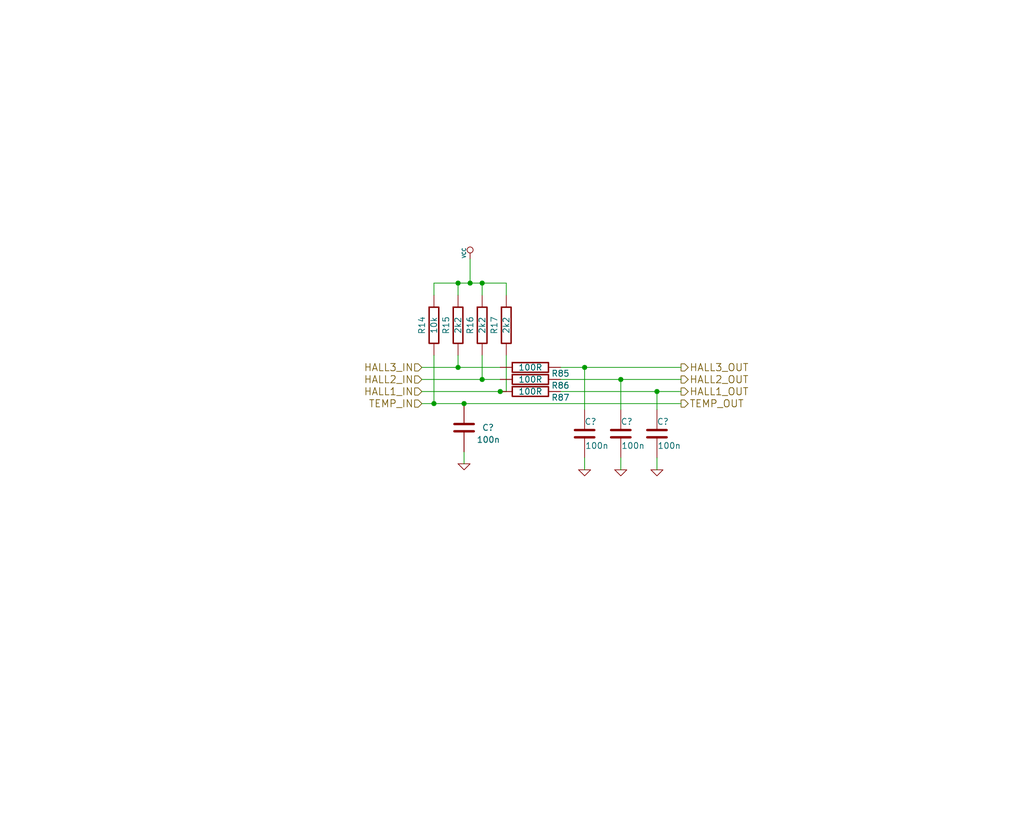
<source format=kicad_sch>
(kicad_sch
	(version 20250114)
	(generator "eeschema")
	(generator_version "9.0")
	(uuid "9d488386-9011-4ba2-b793-8749ce805721")
	(paper "User" 215.798 175.412)
	(lib_symbols
		(symbol "BLDC_4-rescue:C-RESCUE-BLDC_4"
			(pin_numbers
				(hide yes)
			)
			(pin_names
				(offset 0.254)
			)
			(exclude_from_sim no)
			(in_bom yes)
			(on_board yes)
			(property "Reference" "C"
				(at 0 2.54 0)
				(effects
					(font
						(size 1.016 1.016)
					)
					(justify left)
				)
			)
			(property "Value" "C-RESCUE-BLDC_4"
				(at 0.1524 -2.159 0)
				(effects
					(font
						(size 1.016 1.016)
					)
					(justify left)
				)
			)
			(property "Footprint" ""
				(at 0.9652 -3.81 0)
				(effects
					(font
						(size 0.762 0.762)
					)
				)
			)
			(property "Datasheet" ""
				(at 0 0 0)
				(effects
					(font
						(size 1.524 1.524)
					)
				)
			)
			(property "Description" ""
				(at 0 0 0)
				(effects
					(font
						(size 1.27 1.27)
					)
					(hide yes)
				)
			)
			(property "ki_fp_filters" "SM* C? C1-1"
				(at 0 0 0)
				(effects
					(font
						(size 1.27 1.27)
					)
					(hide yes)
				)
			)
			(symbol "C-RESCUE-BLDC_4_0_1"
				(polyline
					(pts
						(xy -2.032 0.762) (xy 2.032 0.762)
					)
					(stroke
						(width 0.508)
						(type solid)
					)
					(fill
						(type none)
					)
				)
				(polyline
					(pts
						(xy -2.032 -0.762) (xy 2.032 -0.762)
					)
					(stroke
						(width 0.508)
						(type solid)
					)
					(fill
						(type none)
					)
				)
			)
			(symbol "C-RESCUE-BLDC_4_1_1"
				(pin passive line
					(at 0 5.08 270)
					(length 4.318)
					(name "~"
						(effects
							(font
								(size 1.016 1.016)
							)
						)
					)
					(number "1"
						(effects
							(font
								(size 1.016 1.016)
							)
						)
					)
				)
				(pin passive line
					(at 0 -5.08 90)
					(length 4.318)
					(name "~"
						(effects
							(font
								(size 1.016 1.016)
							)
						)
					)
					(number "2"
						(effects
							(font
								(size 1.016 1.016)
							)
						)
					)
				)
			)
			(embedded_fonts no)
		)
		(symbol "BLDC_4-rescue:GND-RESCUE-BLDC_4"
			(power)
			(pin_names
				(offset 0)
			)
			(exclude_from_sim no)
			(in_bom yes)
			(on_board yes)
			(property "Reference" "#PWR"
				(at 0 0 0)
				(effects
					(font
						(size 0.762 0.762)
					)
					(hide yes)
				)
			)
			(property "Value" "GND-RESCUE-BLDC_4"
				(at 0 -1.778 0)
				(effects
					(font
						(size 0.762 0.762)
					)
					(hide yes)
				)
			)
			(property "Footprint" ""
				(at 0 0 0)
				(effects
					(font
						(size 1.524 1.524)
					)
				)
			)
			(property "Datasheet" ""
				(at 0 0 0)
				(effects
					(font
						(size 1.524 1.524)
					)
				)
			)
			(property "Description" ""
				(at 0 0 0)
				(effects
					(font
						(size 1.27 1.27)
					)
					(hide yes)
				)
			)
			(symbol "GND-RESCUE-BLDC_4_0_1"
				(polyline
					(pts
						(xy -1.27 0) (xy 0 -1.27) (xy 1.27 0) (xy -1.27 0)
					)
					(stroke
						(width 0)
						(type solid)
					)
					(fill
						(type none)
					)
				)
			)
			(symbol "GND-RESCUE-BLDC_4_1_1"
				(pin power_in line
					(at 0 0 90)
					(length 0)
					(hide yes)
					(name "GND"
						(effects
							(font
								(size 0.762 0.762)
							)
						)
					)
					(number "1"
						(effects
							(font
								(size 0.762 0.762)
							)
						)
					)
				)
			)
			(embedded_fonts no)
		)
		(symbol "BLDC_4-rescue:R-RESCUE-BLDC_4"
			(pin_numbers
				(hide yes)
			)
			(pin_names
				(offset 0)
			)
			(exclude_from_sim no)
			(in_bom yes)
			(on_board yes)
			(property "Reference" "R"
				(at 2.032 0 90)
				(effects
					(font
						(size 1.016 1.016)
					)
				)
			)
			(property "Value" "R-RESCUE-BLDC_4"
				(at 0.1778 0.0254 90)
				(effects
					(font
						(size 1.016 1.016)
					)
				)
			)
			(property "Footprint" ""
				(at -1.778 0 90)
				(effects
					(font
						(size 0.762 0.762)
					)
				)
			)
			(property "Datasheet" ""
				(at 0 0 0)
				(effects
					(font
						(size 0.762 0.762)
					)
				)
			)
			(property "Description" ""
				(at 0 0 0)
				(effects
					(font
						(size 1.27 1.27)
					)
					(hide yes)
				)
			)
			(property "ki_fp_filters" "R? SM0603 SM0805 R?-* SM1206"
				(at 0 0 0)
				(effects
					(font
						(size 1.27 1.27)
					)
					(hide yes)
				)
			)
			(symbol "R-RESCUE-BLDC_4_0_1"
				(rectangle
					(start -1.016 3.81)
					(end 1.016 -3.81)
					(stroke
						(width 0.3048)
						(type solid)
					)
					(fill
						(type none)
					)
				)
			)
			(symbol "R-RESCUE-BLDC_4_1_1"
				(pin passive line
					(at 0 6.35 270)
					(length 2.54)
					(name "~"
						(effects
							(font
								(size 1.524 1.524)
							)
						)
					)
					(number "1"
						(effects
							(font
								(size 1.524 1.524)
							)
						)
					)
				)
				(pin passive line
					(at 0 -6.35 90)
					(length 2.54)
					(name "~"
						(effects
							(font
								(size 1.524 1.524)
							)
						)
					)
					(number "2"
						(effects
							(font
								(size 1.524 1.524)
							)
						)
					)
				)
			)
			(embedded_fonts no)
		)
		(symbol "BLDC_4-rescue:VCC"
			(power)
			(pin_names
				(offset 0)
			)
			(exclude_from_sim no)
			(in_bom yes)
			(on_board yes)
			(property "Reference" "#PWR"
				(at 0 -3.81 0)
				(effects
					(font
						(size 1.27 1.27)
					)
					(hide yes)
				)
			)
			(property "Value" "VCC"
				(at 0 3.81 0)
				(effects
					(font
						(size 1.27 1.27)
					)
				)
			)
			(property "Footprint" ""
				(at 0 0 0)
				(effects
					(font
						(size 1.524 1.524)
					)
				)
			)
			(property "Datasheet" ""
				(at 0 0 0)
				(effects
					(font
						(size 1.524 1.524)
					)
				)
			)
			(property "Description" ""
				(at 0 0 0)
				(effects
					(font
						(size 1.27 1.27)
					)
					(hide yes)
				)
			)
			(symbol "VCC_0_1"
				(circle
					(center 0 1.905)
					(radius 0.635)
					(stroke
						(width 0)
						(type solid)
					)
					(fill
						(type none)
					)
				)
				(polyline
					(pts
						(xy 0 0) (xy 0 1.27)
					)
					(stroke
						(width 0)
						(type solid)
					)
					(fill
						(type none)
					)
				)
			)
			(symbol "VCC_1_1"
				(pin power_in line
					(at 0 0 90)
					(length 0)
					(hide yes)
					(name "VCC"
						(effects
							(font
								(size 1.27 1.27)
							)
						)
					)
					(number "1"
						(effects
							(font
								(size 1.27 1.27)
							)
						)
					)
				)
			)
			(embedded_fonts no)
		)
	)
	(junction
		(at 97.79 85.09)
		(diameter 0)
		(color 0 0 0 0)
		(uuid "0253475f-64d1-4b7c-9b01-800761ac41c3")
	)
	(junction
		(at 130.81 80.01)
		(diameter 0)
		(color 0 0 0 0)
		(uuid "143a98cf-8f0f-4afb-8ce4-e93d87103cbb")
	)
	(junction
		(at 96.52 59.69)
		(diameter 0)
		(color 0 0 0 0)
		(uuid "18fefbdb-dad5-4690-bdf3-cb40efa1e43c")
	)
	(junction
		(at 99.06 59.69)
		(diameter 0)
		(color 0 0 0 0)
		(uuid "30927a23-8685-4441-a2b2-22fb86b8eda1")
	)
	(junction
		(at 96.52 77.47)
		(diameter 0)
		(color 0 0 0 0)
		(uuid "3156b791-3ed2-4005-9285-c5c1e57a3f58")
	)
	(junction
		(at 101.6 59.69)
		(diameter 0)
		(color 0 0 0 0)
		(uuid "61a777a1-07c8-4c61-8d49-a4db727a13a1")
	)
	(junction
		(at 105.41 82.55)
		(diameter 0)
		(color 0 0 0 0)
		(uuid "835944ec-6c93-4d1d-b94f-c183e3a7a6ab")
	)
	(junction
		(at 123.19 77.47)
		(diameter 0)
		(color 0 0 0 0)
		(uuid "a958cdc6-c9c1-4812-86f0-d978c80229be")
	)
	(junction
		(at 101.6 80.01)
		(diameter 0)
		(color 0 0 0 0)
		(uuid "b99c2090-b98e-4218-be16-cdac11d17a19")
	)
	(junction
		(at 138.43 82.55)
		(diameter 0)
		(color 0 0 0 0)
		(uuid "c40ca091-d5b6-4b09-a085-8710de8a0b74")
	)
	(junction
		(at 91.44 85.09)
		(diameter 0)
		(color 0 0 0 0)
		(uuid "c7ddf4dd-a269-4f88-9564-da15eb1205f8")
	)
	(wire
		(pts
			(xy 91.44 74.93) (xy 91.44 85.09)
		)
		(stroke
			(width 0)
			(type default)
		)
		(uuid "0b1d3a0b-0007-4584-8287-84a418633b47")
	)
	(wire
		(pts
			(xy 123.19 86.36) (xy 123.19 77.47)
		)
		(stroke
			(width 0)
			(type default)
		)
		(uuid "0bacf593-12c6-467b-8a00-f12bbcad335d")
	)
	(wire
		(pts
			(xy 91.44 59.69) (xy 96.52 59.69)
		)
		(stroke
			(width 0)
			(type default)
		)
		(uuid "173a71da-90db-4849-9368-221ceed81560")
	)
	(wire
		(pts
			(xy 106.68 74.93) (xy 106.68 82.55)
		)
		(stroke
			(width 0)
			(type default)
		)
		(uuid "22747e95-ebe3-41e0-b110-5fd1bcfd5d68")
	)
	(wire
		(pts
			(xy 138.43 82.55) (xy 143.51 82.55)
		)
		(stroke
			(width 0)
			(type default)
		)
		(uuid "2530a7a3-0fc2-4add-a010-456277da7c98")
	)
	(wire
		(pts
			(xy 105.41 82.55) (xy 106.68 82.55)
		)
		(stroke
			(width 0)
			(type default)
		)
		(uuid "2a635fea-1bb3-410d-8e0c-18291573ce5d")
	)
	(wire
		(pts
			(xy 88.9 80.01) (xy 101.6 80.01)
		)
		(stroke
			(width 0)
			(type default)
		)
		(uuid "2f4ccf9a-d65d-4aae-848b-120fae3eebdd")
	)
	(wire
		(pts
			(xy 91.44 59.69) (xy 91.44 62.23)
		)
		(stroke
			(width 0)
			(type default)
		)
		(uuid "2f7cd896-d99e-4b7e-96ab-f03aadbbc739")
	)
	(wire
		(pts
			(xy 118.11 82.55) (xy 138.43 82.55)
		)
		(stroke
			(width 0)
			(type default)
		)
		(uuid "311a7e44-011c-4831-a08d-c688c91a86f9")
	)
	(wire
		(pts
			(xy 88.9 85.09) (xy 91.44 85.09)
		)
		(stroke
			(width 0)
			(type default)
		)
		(uuid "392ff0d7-4ae8-4234-b757-141316a7139e")
	)
	(wire
		(pts
			(xy 96.52 62.23) (xy 96.52 59.69)
		)
		(stroke
			(width 0)
			(type default)
		)
		(uuid "3e9e7a3e-569d-4284-bb32-3701e9315d3e")
	)
	(wire
		(pts
			(xy 91.44 85.09) (xy 97.79 85.09)
		)
		(stroke
			(width 0)
			(type default)
		)
		(uuid "450e1760-96cd-48a1-bb1f-260f9a7ae371")
	)
	(wire
		(pts
			(xy 99.06 54.61) (xy 99.06 59.69)
		)
		(stroke
			(width 0)
			(type default)
		)
		(uuid "48317138-47c8-463f-a161-c68a2abe65f9")
	)
	(wire
		(pts
			(xy 106.68 59.69) (xy 106.68 62.23)
		)
		(stroke
			(width 0)
			(type default)
		)
		(uuid "61912a0a-1bb7-4f5f-aba9-42c61bc9f111")
	)
	(wire
		(pts
			(xy 97.79 85.09) (xy 143.51 85.09)
		)
		(stroke
			(width 0)
			(type default)
		)
		(uuid "6e238bc6-27c2-4926-917c-626f5ba1a086")
	)
	(wire
		(pts
			(xy 101.6 59.69) (xy 106.68 59.69)
		)
		(stroke
			(width 0)
			(type default)
		)
		(uuid "7718acc4-d762-478e-b366-c321e45cb42d")
	)
	(wire
		(pts
			(xy 130.81 96.52) (xy 130.81 99.06)
		)
		(stroke
			(width 0)
			(type default)
		)
		(uuid "7ac5baf6-af42-49df-b1d5-5d12c5701690")
	)
	(wire
		(pts
			(xy 105.41 77.47) (xy 96.52 77.47)
		)
		(stroke
			(width 0)
			(type default)
		)
		(uuid "8824621c-877e-4003-b99a-0304e0d9294e")
	)
	(wire
		(pts
			(xy 101.6 59.69) (xy 101.6 62.23)
		)
		(stroke
			(width 0)
			(type default)
		)
		(uuid "a6217c6d-c89e-4c01-8438-444f3a6650a7")
	)
	(wire
		(pts
			(xy 97.79 95.25) (xy 97.79 97.79)
		)
		(stroke
			(width 0)
			(type default)
		)
		(uuid "ac4e66a5-cf07-49df-a303-f90900fbbe97")
	)
	(wire
		(pts
			(xy 123.19 77.47) (xy 143.51 77.47)
		)
		(stroke
			(width 0)
			(type default)
		)
		(uuid "b04ea0eb-3b61-4a27-84c8-08e4aa405df0")
	)
	(wire
		(pts
			(xy 130.81 86.36) (xy 130.81 80.01)
		)
		(stroke
			(width 0)
			(type default)
		)
		(uuid "b0b6985a-8939-44f6-8e7e-3f675dcd0167")
	)
	(wire
		(pts
			(xy 96.52 59.69) (xy 99.06 59.69)
		)
		(stroke
			(width 0)
			(type default)
		)
		(uuid "bbbb6681-40c7-4a6a-a402-d254ccde3fa9")
	)
	(wire
		(pts
			(xy 123.19 96.52) (xy 123.19 99.06)
		)
		(stroke
			(width 0)
			(type default)
		)
		(uuid "bd6fe163-63e5-45b0-8eaf-c5d337a8cf77")
	)
	(wire
		(pts
			(xy 88.9 82.55) (xy 105.41 82.55)
		)
		(stroke
			(width 0)
			(type default)
		)
		(uuid "c38459b1-1e88-4d65-a2a0-4f16506d58c0")
	)
	(wire
		(pts
			(xy 118.11 77.47) (xy 123.19 77.47)
		)
		(stroke
			(width 0)
			(type default)
		)
		(uuid "c8960a43-5355-4be3-a5b0-9c30e24324d8")
	)
	(wire
		(pts
			(xy 96.52 74.93) (xy 96.52 77.47)
		)
		(stroke
			(width 0)
			(type default)
		)
		(uuid "ce46f151-d044-41c7-9cf0-c19cc8d6bf27")
	)
	(wire
		(pts
			(xy 138.43 86.36) (xy 138.43 82.55)
		)
		(stroke
			(width 0)
			(type default)
		)
		(uuid "d142295b-f604-46ba-8e15-8370521c711d")
	)
	(wire
		(pts
			(xy 130.81 80.01) (xy 143.51 80.01)
		)
		(stroke
			(width 0)
			(type default)
		)
		(uuid "dddf794e-384d-487f-bda8-0f6fc64479af")
	)
	(wire
		(pts
			(xy 88.9 77.47) (xy 96.52 77.47)
		)
		(stroke
			(width 0)
			(type default)
		)
		(uuid "e9442a35-9e7f-4dd3-84e7-9f6f1c5a993f")
	)
	(wire
		(pts
			(xy 118.11 80.01) (xy 130.81 80.01)
		)
		(stroke
			(width 0)
			(type default)
		)
		(uuid "efd2be55-b4aa-4fc2-a679-74c0d9de5ec1")
	)
	(wire
		(pts
			(xy 101.6 80.01) (xy 105.41 80.01)
		)
		(stroke
			(width 0)
			(type default)
		)
		(uuid "f6120ca3-3ca7-4d7b-bc54-7a38366f3413")
	)
	(wire
		(pts
			(xy 138.43 96.52) (xy 138.43 99.06)
		)
		(stroke
			(width 0)
			(type default)
		)
		(uuid "f7e0966e-a93d-438d-90ae-0eede4fe70f3")
	)
	(wire
		(pts
			(xy 99.06 59.69) (xy 101.6 59.69)
		)
		(stroke
			(width 0)
			(type default)
		)
		(uuid "f857dcf1-354c-4893-a50a-49377779f45a")
	)
	(wire
		(pts
			(xy 101.6 74.93) (xy 101.6 80.01)
		)
		(stroke
			(width 0)
			(type default)
		)
		(uuid "fa76a3c0-d12c-4035-aeef-bf6c663862f7")
	)
	(hierarchical_label "HALL3_OUT"
		(shape output)
		(at 143.51 77.47 0)
		(effects
			(font
				(size 1.524 1.524)
			)
			(justify left)
		)
		(uuid "0f92d336-fe1d-4a92-9d8b-89fb81fb5850")
	)
	(hierarchical_label "HALL2_OUT"
		(shape output)
		(at 143.51 80.01 0)
		(effects
			(font
				(size 1.524 1.524)
			)
			(justify left)
		)
		(uuid "2d50e80a-c814-454f-bdd2-69fd8debaf62")
	)
	(hierarchical_label "HALL2_IN"
		(shape input)
		(at 88.9 80.01 180)
		(effects
			(font
				(size 1.524 1.524)
			)
			(justify right)
		)
		(uuid "520fda53-4c9a-4e6f-b3b8-1abafcc68a3e")
	)
	(hierarchical_label "HALL1_IN"
		(shape input)
		(at 88.9 82.55 180)
		(effects
			(font
				(size 1.524 1.524)
			)
			(justify right)
		)
		(uuid "5e64aee9-23a8-44c6-a681-1db71b3a2295")
	)
	(hierarchical_label "TEMP_IN"
		(shape input)
		(at 88.9 85.09 180)
		(effects
			(font
				(size 1.524 1.524)
			)
			(justify right)
		)
		(uuid "759ee559-0142-40d7-8420-58f4d0accb7b")
	)
	(hierarchical_label "TEMP_OUT"
		(shape output)
		(at 143.51 85.09 0)
		(effects
			(font
				(size 1.524 1.524)
			)
			(justify left)
		)
		(uuid "91cbb5b9-92da-49ec-b243-1e2c6cefe92a")
	)
	(hierarchical_label "HALL3_IN"
		(shape input)
		(at 88.9 77.47 180)
		(effects
			(font
				(size 1.524 1.524)
			)
			(justify right)
		)
		(uuid "acf3b407-ce91-44c3-8e58-f07513e653d5")
	)
	(hierarchical_label "HALL1_OUT"
		(shape output)
		(at 143.51 82.55 0)
		(effects
			(font
				(size 1.524 1.524)
			)
			(justify left)
		)
		(uuid "e2231278-ab92-40f4-b89b-a47b2fcb2e2c")
	)
	(symbol
		(lib_id "BLDC_4-rescue:R-RESCUE-BLDC_4")
		(at 91.44 68.58 180)
		(unit 1)
		(exclude_from_sim no)
		(in_bom yes)
		(on_board yes)
		(dnp no)
		(uuid "00000000-0000-0000-0000-000053fbb581")
		(property "Reference" "R14"
			(at 88.9 68.58 90)
			(effects
				(font
					(size 1.27 1.27)
				)
			)
		)
		(property "Value" "10k"
			(at 91.44 68.58 90)
			(effects
				(font
					(size 1.27 1.27)
				)
			)
		)
		(property "Footprint" "Resistor_SMD:R_0603_1608Metric"
			(at 91.44 68.58 0)
			(effects
				(font
					(size 1.524 1.524)
				)
				(hide yes)
			)
		)
		(property "Datasheet" ""
			(at 91.44 68.58 0)
			(effects
				(font
					(size 1.524 1.524)
				)
				(hide yes)
			)
		)
		(property "Description" ""
			(at 91.44 68.58 0)
			(effects
				(font
					(size 1.27 1.27)
				)
			)
		)
		(pin "2"
			(uuid "9319a878-feab-46a6-bcf9-f1981783ac8f")
		)
		(pin "1"
			(uuid "28e3c0e2-bb41-428f-b6cc-59ce68f6aebf")
		)
		(instances
			(project "Cheap FOCer 2 60mm"
				(path "/e77c1454-5b41-4e79-b408-382cbff7b37d/00000000-0000-0000-0000-000053fba77e"
					(reference "R14")
					(unit 1)
				)
			)
		)
	)
	(symbol
		(lib_id "BLDC_4-rescue:R-RESCUE-BLDC_4")
		(at 96.52 68.58 180)
		(unit 1)
		(exclude_from_sim no)
		(in_bom yes)
		(on_board yes)
		(dnp no)
		(uuid "00000000-0000-0000-0000-000053fbb5b8")
		(property "Reference" "R15"
			(at 93.98 68.58 90)
			(effects
				(font
					(size 1.27 1.27)
				)
			)
		)
		(property "Value" "2k2"
			(at 96.52 68.58 90)
			(effects
				(font
					(size 1.27 1.27)
				)
			)
		)
		(property "Footprint" "Resistor_SMD:R_0603_1608Metric"
			(at 96.52 68.58 0)
			(effects
				(font
					(size 1.524 1.524)
				)
				(hide yes)
			)
		)
		(property "Datasheet" ""
			(at 96.52 68.58 0)
			(effects
				(font
					(size 1.524 1.524)
				)
				(hide yes)
			)
		)
		(property "Description" ""
			(at 96.52 68.58 0)
			(effects
				(font
					(size 1.27 1.27)
				)
			)
		)
		(pin "1"
			(uuid "8d8cfa42-2c8c-41df-b285-bd7f3e6155f1")
		)
		(pin "2"
			(uuid "6aa28d90-4f76-4ee7-afea-b8fc4dc1453b")
		)
		(instances
			(project "Cheap FOCer 2 60mm"
				(path "/e77c1454-5b41-4e79-b408-382cbff7b37d/00000000-0000-0000-0000-000053fba77e"
					(reference "R15")
					(unit 1)
				)
			)
		)
	)
	(symbol
		(lib_id "BLDC_4-rescue:R-RESCUE-BLDC_4")
		(at 101.6 68.58 180)
		(unit 1)
		(exclude_from_sim no)
		(in_bom yes)
		(on_board yes)
		(dnp no)
		(uuid "00000000-0000-0000-0000-000053fbb5bf")
		(property "Reference" "R16"
			(at 99.06 68.58 90)
			(effects
				(font
					(size 1.27 1.27)
				)
			)
		)
		(property "Value" "2k2"
			(at 101.6 68.58 90)
			(effects
				(font
					(size 1.27 1.27)
				)
			)
		)
		(property "Footprint" "Resistor_SMD:R_0603_1608Metric"
			(at 101.6 68.58 0)
			(effects
				(font
					(size 1.524 1.524)
				)
				(hide yes)
			)
		)
		(property "Datasheet" ""
			(at 101.6 68.58 0)
			(effects
				(font
					(size 1.524 1.524)
				)
				(hide yes)
			)
		)
		(property "Description" ""
			(at 101.6 68.58 0)
			(effects
				(font
					(size 1.27 1.27)
				)
			)
		)
		(pin "1"
			(uuid "ff175075-ba30-4ba2-b73a-dae21fb6a830")
		)
		(pin "2"
			(uuid "02d5a9d0-e1c8-45b3-8ddb-845af9f781e7")
		)
		(instances
			(project "Cheap FOCer 2 60mm"
				(path "/e77c1454-5b41-4e79-b408-382cbff7b37d/00000000-0000-0000-0000-000053fba77e"
					(reference "R16")
					(unit 1)
				)
			)
		)
	)
	(symbol
		(lib_id "BLDC_4-rescue:R-RESCUE-BLDC_4")
		(at 106.68 68.58 180)
		(unit 1)
		(exclude_from_sim no)
		(in_bom yes)
		(on_board yes)
		(dnp no)
		(uuid "00000000-0000-0000-0000-000053fbb5c6")
		(property "Reference" "R17"
			(at 104.14 68.58 90)
			(effects
				(font
					(size 1.27 1.27)
				)
			)
		)
		(property "Value" "2k2"
			(at 106.68 68.58 90)
			(effects
				(font
					(size 1.27 1.27)
				)
			)
		)
		(property "Footprint" "Resistor_SMD:R_0603_1608Metric"
			(at 106.68 68.58 0)
			(effects
				(font
					(size 1.524 1.524)
				)
				(hide yes)
			)
		)
		(property "Datasheet" ""
			(at 106.68 68.58 0)
			(effects
				(font
					(size 1.524 1.524)
				)
				(hide yes)
			)
		)
		(property "Description" ""
			(at 106.68 68.58 0)
			(effects
				(font
					(size 1.27 1.27)
				)
			)
		)
		(pin "2"
			(uuid "71784ab9-383d-44fb-80c3-78d4d0c9ccfa")
		)
		(pin "1"
			(uuid "daa94a70-b01b-4781-a914-81f933e7fe15")
		)
		(instances
			(project "Cheap FOCer 2 60mm"
				(path "/e77c1454-5b41-4e79-b408-382cbff7b37d/00000000-0000-0000-0000-000053fba77e"
					(reference "R17")
					(unit 1)
				)
			)
		)
	)
	(symbol
		(lib_id "BLDC_4-rescue:VCC")
		(at 99.06 54.61 0)
		(unit 1)
		(exclude_from_sim no)
		(in_bom yes)
		(on_board yes)
		(dnp no)
		(uuid "00000000-0000-0000-0000-000053fbb5da")
		(property "Reference" "#PWR023"
			(at 99.06 52.07 0)
			(effects
				(font
					(size 0.762 0.762)
				)
				(hide yes)
			)
		)
		(property "Value" "VCC"
			(at 97.79 53.34 90)
			(effects
				(font
					(size 0.762 0.762)
				)
			)
		)
		(property "Footprint" ""
			(at 99.06 54.61 0)
			(effects
				(font
					(size 1.524 1.524)
				)
				(hide yes)
			)
		)
		(property "Datasheet" ""
			(at 99.06 54.61 0)
			(effects
				(font
					(size 1.524 1.524)
				)
				(hide yes)
			)
		)
		(property "Description" ""
			(at 99.06 54.61 0)
			(effects
				(font
					(size 1.27 1.27)
				)
			)
		)
		(pin "1"
			(uuid "282f2f55-0bbc-4278-9870-972d64c39df2")
		)
		(instances
			(project "Cheap FOCer 2 60mm"
				(path "/e77c1454-5b41-4e79-b408-382cbff7b37d/00000000-0000-0000-0000-000053fba77e"
					(reference "#PWR023")
					(unit 1)
				)
			)
		)
	)
	(symbol
		(lib_id "BLDC_4-rescue:C-RESCUE-BLDC_4")
		(at 97.79 90.17 180)
		(unit 1)
		(exclude_from_sim no)
		(in_bom yes)
		(on_board yes)
		(dnp no)
		(uuid "00000000-0000-0000-0000-00005c7712c3")
		(property "Reference" "C6"
			(at 104.14 90.17 0)
			(effects
				(font
					(size 1.27 1.27)
				)
				(justify left)
			)
		)
		(property "Value" "100n"
			(at 105.41 92.71 0)
			(effects
				(font
					(size 1.27 1.27)
				)
				(justify left)
			)
		)
		(property "Footprint" "Capacitor_SMD:C_0603_1608Metric"
			(at 97.79 90.17 0)
			(effects
				(font
					(size 1.524 1.524)
				)
				(hide yes)
			)
		)
		(property "Datasheet" ""
			(at 97.79 90.17 0)
			(effects
				(font
					(size 1.524 1.524)
				)
				(hide yes)
			)
		)
		(property "Description" ""
			(at 97.79 90.17 0)
			(effects
				(font
					(size 1.27 1.27)
				)
			)
		)
		(pin "1"
			(uuid "4015e58d-562a-4dea-9343-6a8b8cb5e463")
		)
		(pin "2"
			(uuid "21bfb282-b9bf-4699-a49f-b0ea99976f71")
		)
		(instances
			(project ""
				(path "/e77c1454-5b41-4e79-b408-382cbff7b37d"
					(reference "C?")
					(unit 1)
				)
				(path "/e77c1454-5b41-4e79-b408-382cbff7b37d/00000000-0000-0000-0000-000053fba77e"
					(reference "C6")
					(unit 1)
				)
			)
		)
	)
	(symbol
		(lib_id "BLDC_4-rescue:GND-RESCUE-BLDC_4")
		(at 97.79 97.79 0)
		(unit 1)
		(exclude_from_sim no)
		(in_bom yes)
		(on_board yes)
		(dnp no)
		(uuid "00000000-0000-0000-0000-00005c7716c9")
		(property "Reference" "#PWR024"
			(at 97.79 97.79 0)
			(effects
				(font
					(size 0.762 0.762)
				)
				(hide yes)
			)
		)
		(property "Value" "GND"
			(at 97.79 99.568 0)
			(effects
				(font
					(size 0.762 0.762)
				)
				(hide yes)
			)
		)
		(property "Footprint" ""
			(at 97.79 97.79 0)
			(effects
				(font
					(size 1.524 1.524)
				)
				(hide yes)
			)
		)
		(property "Datasheet" ""
			(at 97.79 97.79 0)
			(effects
				(font
					(size 1.524 1.524)
				)
				(hide yes)
			)
		)
		(property "Description" ""
			(at 97.79 97.79 0)
			(effects
				(font
					(size 1.27 1.27)
				)
			)
		)
		(pin "1"
			(uuid "ae2b6ba3-90d1-4e47-93c8-8af66f81bb6d")
		)
		(instances
			(project ""
				(path "/e77c1454-5b41-4e79-b408-382cbff7b37d/00000000-0000-0000-0000-0000504f83be"
					(reference "#PWR?")
					(unit 1)
				)
				(path "/e77c1454-5b41-4e79-b408-382cbff7b37d/00000000-0000-0000-0000-000053fba77e"
					(reference "#PWR024")
					(unit 1)
				)
			)
		)
	)
	(symbol
		(lib_id "BLDC_4-rescue:R-RESCUE-BLDC_4")
		(at 111.76 77.47 270)
		(unit 1)
		(exclude_from_sim no)
		(in_bom yes)
		(on_board yes)
		(dnp no)
		(uuid "00000000-0000-0000-0000-00005f21adda")
		(property "Reference" "R85"
			(at 118.11 78.74 90)
			(effects
				(font
					(size 1.27 1.27)
				)
			)
		)
		(property "Value" "100R"
			(at 111.76 77.47 90)
			(effects
				(font
					(size 1.27 1.27)
				)
			)
		)
		(property "Footprint" "Resistor_SMD:R_0603_1608Metric"
			(at 111.76 77.47 0)
			(effects
				(font
					(size 1.524 1.524)
				)
				(hide yes)
			)
		)
		(property "Datasheet" ""
			(at 111.76 77.47 0)
			(effects
				(font
					(size 1.524 1.524)
				)
				(hide yes)
			)
		)
		(property "Description" ""
			(at 111.76 77.47 0)
			(effects
				(font
					(size 1.27 1.27)
				)
			)
		)
		(pin "2"
			(uuid "5b42b346-9119-43c9-a102-927c03a6118c")
		)
		(pin "1"
			(uuid "407b2a36-624e-4a61-8a22-09f0e927b9b9")
		)
		(instances
			(project "Cheap FOCer 2 60mm"
				(path "/e77c1454-5b41-4e79-b408-382cbff7b37d/00000000-0000-0000-0000-000053fba77e"
					(reference "R85")
					(unit 1)
				)
			)
		)
	)
	(symbol
		(lib_id "BLDC_4-rescue:R-RESCUE-BLDC_4")
		(at 111.76 80.01 270)
		(unit 1)
		(exclude_from_sim no)
		(in_bom yes)
		(on_board yes)
		(dnp no)
		(uuid "00000000-0000-0000-0000-00005f21b279")
		(property "Reference" "R86"
			(at 118.11 81.28 90)
			(effects
				(font
					(size 1.27 1.27)
				)
			)
		)
		(property "Value" "100R"
			(at 111.76 80.01 90)
			(effects
				(font
					(size 1.27 1.27)
				)
			)
		)
		(property "Footprint" "Resistor_SMD:R_0603_1608Metric"
			(at 111.76 80.01 0)
			(effects
				(font
					(size 1.524 1.524)
				)
				(hide yes)
			)
		)
		(property "Datasheet" ""
			(at 111.76 80.01 0)
			(effects
				(font
					(size 1.524 1.524)
				)
				(hide yes)
			)
		)
		(property "Description" ""
			(at 111.76 80.01 0)
			(effects
				(font
					(size 1.27 1.27)
				)
			)
		)
		(pin "1"
			(uuid "a7b43744-bd28-4242-ba3e-1aa29ed9514d")
		)
		(pin "2"
			(uuid "a9cc4062-aafe-4451-bbe3-8536d05a1b8b")
		)
		(instances
			(project "Cheap FOCer 2 60mm"
				(path "/e77c1454-5b41-4e79-b408-382cbff7b37d/00000000-0000-0000-0000-000053fba77e"
					(reference "R86")
					(unit 1)
				)
			)
		)
	)
	(symbol
		(lib_id "BLDC_4-rescue:R-RESCUE-BLDC_4")
		(at 111.76 82.55 270)
		(unit 1)
		(exclude_from_sim no)
		(in_bom yes)
		(on_board yes)
		(dnp no)
		(uuid "00000000-0000-0000-0000-00005f21b6a2")
		(property "Reference" "R87"
			(at 118.11 83.82 90)
			(effects
				(font
					(size 1.27 1.27)
				)
			)
		)
		(property "Value" "100R"
			(at 111.76 82.55 90)
			(effects
				(font
					(size 1.27 1.27)
				)
			)
		)
		(property "Footprint" "Resistor_SMD:R_0603_1608Metric"
			(at 111.76 82.55 0)
			(effects
				(font
					(size 1.524 1.524)
				)
				(hide yes)
			)
		)
		(property "Datasheet" ""
			(at 111.76 82.55 0)
			(effects
				(font
					(size 1.524 1.524)
				)
				(hide yes)
			)
		)
		(property "Description" ""
			(at 111.76 82.55 0)
			(effects
				(font
					(size 1.27 1.27)
				)
			)
		)
		(pin "2"
			(uuid "f4f8e678-7f1e-4969-86c4-fc51d3fe338a")
		)
		(pin "1"
			(uuid "528e406b-7e44-44a6-a67d-240738ddc443")
		)
		(instances
			(project "Cheap FOCer 2 60mm"
				(path "/e77c1454-5b41-4e79-b408-382cbff7b37d/00000000-0000-0000-0000-000053fba77e"
					(reference "R87")
					(unit 1)
				)
			)
		)
	)
	(symbol
		(lib_id "BLDC_4-rescue:C-RESCUE-BLDC_4")
		(at 123.19 91.44 180)
		(unit 1)
		(exclude_from_sim no)
		(in_bom yes)
		(on_board yes)
		(dnp no)
		(uuid "00000000-0000-0000-0000-00005f21f694")
		(property "Reference" "C73"
			(at 125.73 88.9 0)
			(effects
				(font
					(size 1.27 1.27)
				)
				(justify left)
			)
		)
		(property "Value" "100n"
			(at 128.27 93.98 0)
			(effects
				(font
					(size 1.27 1.27)
				)
				(justify left)
			)
		)
		(property "Footprint" "Capacitor_SMD:C_0603_1608Metric"
			(at 123.19 91.44 0)
			(effects
				(font
					(size 1.524 1.524)
				)
				(hide yes)
			)
		)
		(property "Datasheet" ""
			(at 123.19 91.44 0)
			(effects
				(font
					(size 1.524 1.524)
				)
				(hide yes)
			)
		)
		(property "Description" ""
			(at 123.19 91.44 0)
			(effects
				(font
					(size 1.27 1.27)
				)
			)
		)
		(pin "2"
			(uuid "a5997583-db16-49b4-b434-6c28211a66be")
		)
		(pin "1"
			(uuid "28dd02f2-f955-4805-93ae-6a84b76bdb8e")
		)
		(instances
			(project ""
				(path "/e77c1454-5b41-4e79-b408-382cbff7b37d"
					(reference "C?")
					(unit 1)
				)
				(path "/e77c1454-5b41-4e79-b408-382cbff7b37d/00000000-0000-0000-0000-000053fba77e"
					(reference "C73")
					(unit 1)
				)
			)
		)
	)
	(symbol
		(lib_id "BLDC_4-rescue:GND-RESCUE-BLDC_4")
		(at 123.19 99.06 0)
		(unit 1)
		(exclude_from_sim no)
		(in_bom yes)
		(on_board yes)
		(dnp no)
		(uuid "00000000-0000-0000-0000-00005f21f69a")
		(property "Reference" "#PWR043"
			(at 123.19 99.06 0)
			(effects
				(font
					(size 0.762 0.762)
				)
				(hide yes)
			)
		)
		(property "Value" "GND"
			(at 123.19 100.838 0)
			(effects
				(font
					(size 0.762 0.762)
				)
				(hide yes)
			)
		)
		(property "Footprint" ""
			(at 123.19 99.06 0)
			(effects
				(font
					(size 1.524 1.524)
				)
				(hide yes)
			)
		)
		(property "Datasheet" ""
			(at 123.19 99.06 0)
			(effects
				(font
					(size 1.524 1.524)
				)
				(hide yes)
			)
		)
		(property "Description" ""
			(at 123.19 99.06 0)
			(effects
				(font
					(size 1.27 1.27)
				)
			)
		)
		(pin "1"
			(uuid "aeffa82e-c6d8-4754-80aa-74b200857247")
		)
		(instances
			(project ""
				(path "/e77c1454-5b41-4e79-b408-382cbff7b37d/00000000-0000-0000-0000-0000504f83be"
					(reference "#PWR?")
					(unit 1)
				)
				(path "/e77c1454-5b41-4e79-b408-382cbff7b37d/00000000-0000-0000-0000-000053fba77e"
					(reference "#PWR043")
					(unit 1)
				)
			)
		)
	)
	(symbol
		(lib_id "BLDC_4-rescue:C-RESCUE-BLDC_4")
		(at 130.81 91.44 180)
		(unit 1)
		(exclude_from_sim no)
		(in_bom yes)
		(on_board yes)
		(dnp no)
		(uuid "00000000-0000-0000-0000-00005f21fbd2")
		(property "Reference" "C74"
			(at 133.35 88.9 0)
			(effects
				(font
					(size 1.27 1.27)
				)
				(justify left)
			)
		)
		(property "Value" "100n"
			(at 135.89 93.98 0)
			(effects
				(font
					(size 1.27 1.27)
				)
				(justify left)
			)
		)
		(property "Footprint" "Capacitor_SMD:C_0603_1608Metric"
			(at 130.81 91.44 0)
			(effects
				(font
					(size 1.524 1.524)
				)
				(hide yes)
			)
		)
		(property "Datasheet" ""
			(at 130.81 91.44 0)
			(effects
				(font
					(size 1.524 1.524)
				)
				(hide yes)
			)
		)
		(property "Description" ""
			(at 130.81 91.44 0)
			(effects
				(font
					(size 1.27 1.27)
				)
			)
		)
		(pin "1"
			(uuid "aeda1bca-4e5e-4f01-84cb-a48ef51fbf42")
		)
		(pin "2"
			(uuid "3f055b6a-fa37-49ae-8072-c394796f0d29")
		)
		(instances
			(project ""
				(path "/e77c1454-5b41-4e79-b408-382cbff7b37d"
					(reference "C?")
					(unit 1)
				)
				(path "/e77c1454-5b41-4e79-b408-382cbff7b37d/00000000-0000-0000-0000-000053fba77e"
					(reference "C74")
					(unit 1)
				)
			)
		)
	)
	(symbol
		(lib_id "BLDC_4-rescue:GND-RESCUE-BLDC_4")
		(at 130.81 99.06 0)
		(unit 1)
		(exclude_from_sim no)
		(in_bom yes)
		(on_board yes)
		(dnp no)
		(uuid "00000000-0000-0000-0000-00005f21fbd8")
		(property "Reference" "#PWR054"
			(at 130.81 99.06 0)
			(effects
				(font
					(size 0.762 0.762)
				)
				(hide yes)
			)
		)
		(property "Value" "GND"
			(at 130.81 100.838 0)
			(effects
				(font
					(size 0.762 0.762)
				)
				(hide yes)
			)
		)
		(property "Footprint" ""
			(at 130.81 99.06 0)
			(effects
				(font
					(size 1.524 1.524)
				)
				(hide yes)
			)
		)
		(property "Datasheet" ""
			(at 130.81 99.06 0)
			(effects
				(font
					(size 1.524 1.524)
				)
				(hide yes)
			)
		)
		(property "Description" ""
			(at 130.81 99.06 0)
			(effects
				(font
					(size 1.27 1.27)
				)
			)
		)
		(pin "1"
			(uuid "ccd46d16-e4b8-475b-a9fb-221867206e66")
		)
		(instances
			(project ""
				(path "/e77c1454-5b41-4e79-b408-382cbff7b37d/00000000-0000-0000-0000-0000504f83be"
					(reference "#PWR?")
					(unit 1)
				)
				(path "/e77c1454-5b41-4e79-b408-382cbff7b37d/00000000-0000-0000-0000-000053fba77e"
					(reference "#PWR054")
					(unit 1)
				)
			)
		)
	)
	(symbol
		(lib_id "BLDC_4-rescue:C-RESCUE-BLDC_4")
		(at 138.43 91.44 180)
		(unit 1)
		(exclude_from_sim no)
		(in_bom yes)
		(on_board yes)
		(dnp no)
		(uuid "00000000-0000-0000-0000-00005f222283")
		(property "Reference" "C75"
			(at 140.97 88.9 0)
			(effects
				(font
					(size 1.27 1.27)
				)
				(justify left)
			)
		)
		(property "Value" "100n"
			(at 143.51 93.98 0)
			(effects
				(font
					(size 1.27 1.27)
				)
				(justify left)
			)
		)
		(property "Footprint" "Capacitor_SMD:C_0603_1608Metric"
			(at 138.43 91.44 0)
			(effects
				(font
					(size 1.524 1.524)
				)
				(hide yes)
			)
		)
		(property "Datasheet" ""
			(at 138.43 91.44 0)
			(effects
				(font
					(size 1.524 1.524)
				)
				(hide yes)
			)
		)
		(property "Description" ""
			(at 138.43 91.44 0)
			(effects
				(font
					(size 1.27 1.27)
				)
			)
		)
		(pin "1"
			(uuid "f7d1b590-df69-4c84-bee5-dbd344cec327")
		)
		(pin "2"
			(uuid "15dbb16c-7e56-4326-9de4-0c9711105349")
		)
		(instances
			(project ""
				(path "/e77c1454-5b41-4e79-b408-382cbff7b37d"
					(reference "C?")
					(unit 1)
				)
				(path "/e77c1454-5b41-4e79-b408-382cbff7b37d/00000000-0000-0000-0000-000053fba77e"
					(reference "C75")
					(unit 1)
				)
			)
		)
	)
	(symbol
		(lib_id "BLDC_4-rescue:GND-RESCUE-BLDC_4")
		(at 138.43 99.06 0)
		(unit 1)
		(exclude_from_sim no)
		(in_bom yes)
		(on_board yes)
		(dnp no)
		(uuid "00000000-0000-0000-0000-00005f222289")
		(property "Reference" "#PWR088"
			(at 138.43 99.06 0)
			(effects
				(font
					(size 0.762 0.762)
				)
				(hide yes)
			)
		)
		(property "Value" "GND"
			(at 138.43 100.838 0)
			(effects
				(font
					(size 0.762 0.762)
				)
				(hide yes)
			)
		)
		(property "Footprint" ""
			(at 138.43 99.06 0)
			(effects
				(font
					(size 1.524 1.524)
				)
				(hide yes)
			)
		)
		(property "Datasheet" ""
			(at 138.43 99.06 0)
			(effects
				(font
					(size 1.524 1.524)
				)
				(hide yes)
			)
		)
		(property "Description" ""
			(at 138.43 99.06 0)
			(effects
				(font
					(size 1.27 1.27)
				)
			)
		)
		(pin "1"
			(uuid "c9359aa4-4176-40f7-b9f2-ed9f04942bf2")
		)
		(instances
			(project ""
				(path "/e77c1454-5b41-4e79-b408-382cbff7b37d/00000000-0000-0000-0000-0000504f83be"
					(reference "#PWR?")
					(unit 1)
				)
				(path "/e77c1454-5b41-4e79-b408-382cbff7b37d/00000000-0000-0000-0000-000053fba77e"
					(reference "#PWR088")
					(unit 1)
				)
			)
		)
	)
)

</source>
